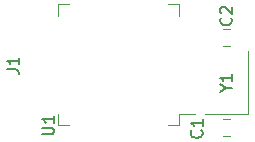
<source format=gto>
G04 #@! TF.GenerationSoftware,KiCad,Pcbnew,5.1.5*
G04 #@! TF.CreationDate,2020-02-24T19:09:01+03:00*
G04 #@! TF.ProjectId,mod-lqfp64,6d6f642d-6c71-4667-9036-342e6b696361,rev?*
G04 #@! TF.SameCoordinates,PX1e84800PY280de80*
G04 #@! TF.FileFunction,Legend,Top*
G04 #@! TF.FilePolarity,Positive*
%FSLAX46Y46*%
G04 Gerber Fmt 4.6, Leading zero omitted, Abs format (unit mm)*
G04 Created by KiCad (PCBNEW 5.1.5) date 2020-02-24 19:09:01*
%MOMM*%
%LPD*%
G04 APERTURE LIST*
%ADD10C,0.120000*%
%ADD11C,0.150000*%
G04 APERTURE END LIST*
D10*
X24714000Y-11577000D02*
X24714000Y-6277000D01*
X21014000Y-11577000D02*
X24714000Y-11577000D01*
X18830000Y-11563000D02*
X20170000Y-11563000D01*
X18830000Y-12513000D02*
X18830000Y-11563000D01*
X17880000Y-12513000D02*
X18830000Y-12513000D01*
X8610000Y-12513000D02*
X8610000Y-11563000D01*
X9560000Y-12513000D02*
X8610000Y-12513000D01*
X18830000Y-2293000D02*
X18830000Y-3243000D01*
X17880000Y-2293000D02*
X18830000Y-2293000D01*
X8610000Y-2293000D02*
X8610000Y-3243000D01*
X9560000Y-2293000D02*
X8610000Y-2293000D01*
X23125252Y-4407000D02*
X22602748Y-4407000D01*
X23125252Y-5827000D02*
X22602748Y-5827000D01*
X22602748Y-13447000D02*
X23125252Y-13447000D01*
X22602748Y-12027000D02*
X23125252Y-12027000D01*
D11*
X22840190Y-9403190D02*
X23316380Y-9403190D01*
X22316380Y-9736523D02*
X22840190Y-9403190D01*
X22316380Y-9069857D01*
X23316380Y-8212714D02*
X23316380Y-8784142D01*
X23316380Y-8498428D02*
X22316380Y-8498428D01*
X22459238Y-8593666D01*
X22554476Y-8688904D01*
X22602095Y-8784142D01*
X7266880Y-13308404D02*
X8076404Y-13308404D01*
X8171642Y-13260785D01*
X8219261Y-13213166D01*
X8266880Y-13117928D01*
X8266880Y-12927452D01*
X8219261Y-12832214D01*
X8171642Y-12784595D01*
X8076404Y-12736976D01*
X7266880Y-12736976D01*
X8266880Y-11736976D02*
X8266880Y-12308404D01*
X8266880Y-12022690D02*
X7266880Y-12022690D01*
X7409738Y-12117928D01*
X7504976Y-12213166D01*
X7552595Y-12308404D01*
X4282380Y-7799833D02*
X4996666Y-7799833D01*
X5139523Y-7847452D01*
X5234761Y-7942690D01*
X5282380Y-8085547D01*
X5282380Y-8180785D01*
X5282380Y-6799833D02*
X5282380Y-7371261D01*
X5282380Y-7085547D02*
X4282380Y-7085547D01*
X4425238Y-7180785D01*
X4520476Y-7276023D01*
X4568095Y-7371261D01*
X23221142Y-3442166D02*
X23268761Y-3489785D01*
X23316380Y-3632642D01*
X23316380Y-3727880D01*
X23268761Y-3870738D01*
X23173523Y-3965976D01*
X23078285Y-4013595D01*
X22887809Y-4061214D01*
X22744952Y-4061214D01*
X22554476Y-4013595D01*
X22459238Y-3965976D01*
X22364000Y-3870738D01*
X22316380Y-3727880D01*
X22316380Y-3632642D01*
X22364000Y-3489785D01*
X22411619Y-3442166D01*
X22411619Y-3061214D02*
X22364000Y-3013595D01*
X22316380Y-2918357D01*
X22316380Y-2680261D01*
X22364000Y-2585023D01*
X22411619Y-2537404D01*
X22506857Y-2489785D01*
X22602095Y-2489785D01*
X22744952Y-2537404D01*
X23316380Y-3108833D01*
X23316380Y-2489785D01*
X20744642Y-12967166D02*
X20792261Y-13014785D01*
X20839880Y-13157642D01*
X20839880Y-13252880D01*
X20792261Y-13395738D01*
X20697023Y-13490976D01*
X20601785Y-13538595D01*
X20411309Y-13586214D01*
X20268452Y-13586214D01*
X20077976Y-13538595D01*
X19982738Y-13490976D01*
X19887500Y-13395738D01*
X19839880Y-13252880D01*
X19839880Y-13157642D01*
X19887500Y-13014785D01*
X19935119Y-12967166D01*
X20839880Y-12014785D02*
X20839880Y-12586214D01*
X20839880Y-12300500D02*
X19839880Y-12300500D01*
X19982738Y-12395738D01*
X20077976Y-12490976D01*
X20125595Y-12586214D01*
M02*

</source>
